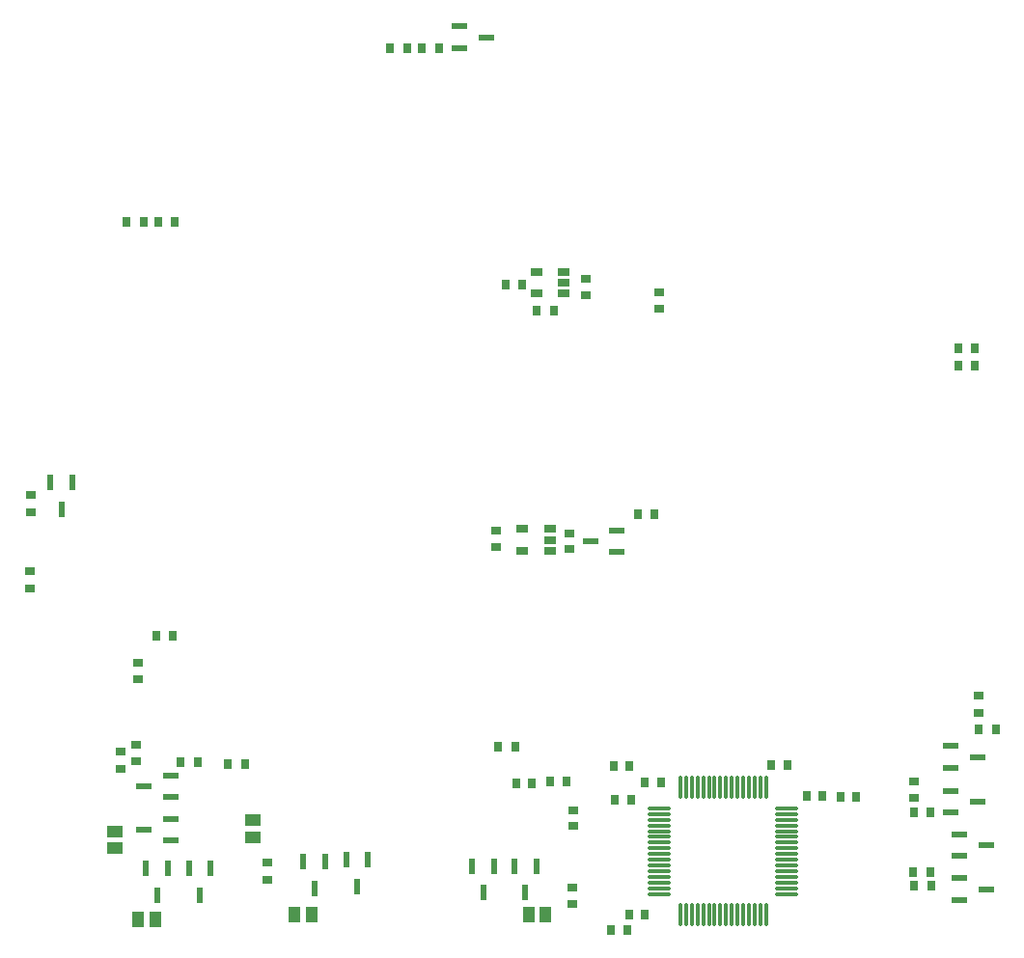
<source format=gbr>
%TF.GenerationSoftware,Altium Limited,Altium Designer,18.1.7 (191)*%
G04 Layer_Color=128*
%FSLAX43Y43*%
%MOMM*%
%TF.FileFunction,Paste,Bot*%
%TF.Part,Single*%
G01*
G75*
%TA.AperFunction,SMDPad,CuDef*%
%ADD11R,0.900X0.700*%
%ADD14R,0.600X1.450*%
%ADD16R,1.100X1.400*%
%ADD18R,1.450X0.600*%
%ADD19R,0.700X0.900*%
%ADD20R,0.900X0.800*%
%ADD21R,0.800X0.900*%
%ADD24R,1.100X0.650*%
%ADD29R,1.400X1.100*%
%ADD69O,2.100X0.300*%
%ADD70O,0.300X2.100*%
D11*
X38375Y28600D02*
D03*
Y30100D02*
D03*
X65075Y27925D02*
D03*
Y26425D02*
D03*
X26850Y40475D02*
D03*
Y38975D02*
D03*
X95050Y35750D02*
D03*
Y37250D02*
D03*
X17500Y55675D02*
D03*
Y54175D02*
D03*
X25475Y38325D02*
D03*
Y39825D02*
D03*
X17600Y60825D02*
D03*
Y62325D02*
D03*
X27050Y46150D02*
D03*
Y47650D02*
D03*
X100800Y44750D02*
D03*
Y43250D02*
D03*
D14*
X45300Y30325D02*
D03*
X47200D02*
D03*
X46250Y27975D02*
D03*
X60050Y29800D02*
D03*
X61950D02*
D03*
X61000Y27450D02*
D03*
X27725Y29575D02*
D03*
X29625D02*
D03*
X28675Y27225D02*
D03*
X41525Y30200D02*
D03*
X43425D02*
D03*
X42475Y27850D02*
D03*
X20300Y61125D02*
D03*
X21250Y63475D02*
D03*
X19350D02*
D03*
X56350Y29800D02*
D03*
X58250D02*
D03*
X57300Y27450D02*
D03*
X31500Y29575D02*
D03*
X33400D02*
D03*
X32450Y27225D02*
D03*
D16*
X62775Y25500D02*
D03*
X61275D02*
D03*
X27025Y25075D02*
D03*
X28525D02*
D03*
X40750Y25550D02*
D03*
X42250D02*
D03*
D18*
X29875Y37750D02*
D03*
Y35850D02*
D03*
X27525Y36800D02*
D03*
X29875Y33950D02*
D03*
Y32050D02*
D03*
X27525Y33000D02*
D03*
X101425Y31625D02*
D03*
X99075Y32575D02*
D03*
Y30675D02*
D03*
X100675Y39375D02*
D03*
X98325Y40325D02*
D03*
Y38425D02*
D03*
X57550Y102525D02*
D03*
X55200Y103475D02*
D03*
Y101575D02*
D03*
X66700Y58300D02*
D03*
X69050Y57350D02*
D03*
Y59250D02*
D03*
X100675Y35450D02*
D03*
X98325Y36400D02*
D03*
Y34500D02*
D03*
X101425Y27775D02*
D03*
X99075Y28725D02*
D03*
Y26825D02*
D03*
D19*
X30775Y38950D02*
D03*
X32275D02*
D03*
X60100Y40250D02*
D03*
X58600D02*
D03*
X34925Y38700D02*
D03*
X36425D02*
D03*
X95025Y29300D02*
D03*
X96525D02*
D03*
X50625Y101575D02*
D03*
X49125D02*
D03*
X30275Y86300D02*
D03*
X28775D02*
D03*
X27500Y86325D02*
D03*
X26000D02*
D03*
X95050Y34525D02*
D03*
X96550D02*
D03*
X51900Y101575D02*
D03*
X53400D02*
D03*
X95075Y28075D02*
D03*
X96575D02*
D03*
X60750Y80800D02*
D03*
X59250D02*
D03*
X62025Y78500D02*
D03*
X63525D02*
D03*
X68475Y24175D02*
D03*
X69975D02*
D03*
X98950Y75200D02*
D03*
X100450D02*
D03*
X98950Y73725D02*
D03*
X100450D02*
D03*
X30100Y49975D02*
D03*
X28600D02*
D03*
X102300Y41800D02*
D03*
X100800D02*
D03*
D20*
X65225Y34700D02*
D03*
Y33300D02*
D03*
X72725Y80125D02*
D03*
Y78725D02*
D03*
X58450Y59225D02*
D03*
Y57825D02*
D03*
X64875Y57600D02*
D03*
Y59000D02*
D03*
X66275Y81300D02*
D03*
Y79900D02*
D03*
D21*
X82600Y38625D02*
D03*
X84000D02*
D03*
X60200Y37050D02*
D03*
X61600D02*
D03*
X72275Y60700D02*
D03*
X70875D02*
D03*
X85650Y35950D02*
D03*
X87050D02*
D03*
X90050Y35825D02*
D03*
X88650D02*
D03*
X63200Y37175D02*
D03*
X64600D02*
D03*
X68875Y35625D02*
D03*
X70275D02*
D03*
X71475Y25500D02*
D03*
X70075D02*
D03*
X70150Y38550D02*
D03*
X68750D02*
D03*
X72900Y37150D02*
D03*
X71500D02*
D03*
D24*
X60750Y59375D02*
D03*
Y57475D02*
D03*
X63150D02*
D03*
Y58425D02*
D03*
Y59375D02*
D03*
X61975Y81950D02*
D03*
Y80050D02*
D03*
X64375D02*
D03*
Y81000D02*
D03*
Y81950D02*
D03*
D29*
X24975Y32850D02*
D03*
Y31350D02*
D03*
X37075Y32325D02*
D03*
Y33825D02*
D03*
D69*
X83950Y34350D02*
D03*
Y34850D02*
D03*
Y33350D02*
D03*
Y33850D02*
D03*
Y31350D02*
D03*
Y31850D02*
D03*
Y30850D02*
D03*
Y32850D02*
D03*
Y32350D02*
D03*
Y29850D02*
D03*
Y30350D02*
D03*
Y27850D02*
D03*
Y28350D02*
D03*
Y27350D02*
D03*
Y29350D02*
D03*
Y28850D02*
D03*
X72750Y34850D02*
D03*
Y34350D02*
D03*
Y32350D02*
D03*
Y32850D02*
D03*
Y31850D02*
D03*
Y33850D02*
D03*
Y33350D02*
D03*
Y29850D02*
D03*
Y30350D02*
D03*
Y29350D02*
D03*
Y31350D02*
D03*
Y30850D02*
D03*
Y28850D02*
D03*
Y28350D02*
D03*
Y27850D02*
D03*
Y27350D02*
D03*
D70*
X82100Y36700D02*
D03*
X81600D02*
D03*
X80600D02*
D03*
X80100D02*
D03*
X81100D02*
D03*
X79100D02*
D03*
X79600D02*
D03*
X78600D02*
D03*
X78100D02*
D03*
X77600D02*
D03*
X79100Y25500D02*
D03*
X78600D02*
D03*
X79600D02*
D03*
X77600D02*
D03*
X78100D02*
D03*
X81600D02*
D03*
X81100D02*
D03*
X82100D02*
D03*
X80100D02*
D03*
X80600D02*
D03*
X76600Y36700D02*
D03*
X76100D02*
D03*
X77100D02*
D03*
X74600D02*
D03*
X75600D02*
D03*
X75100D02*
D03*
X76600Y25500D02*
D03*
X77100D02*
D03*
X75600D02*
D03*
X75100D02*
D03*
X76100D02*
D03*
X74600D02*
D03*
%TF.MD5,45c63b52e2844ea41614c2fa46ad1a2f*%
M02*

</source>
